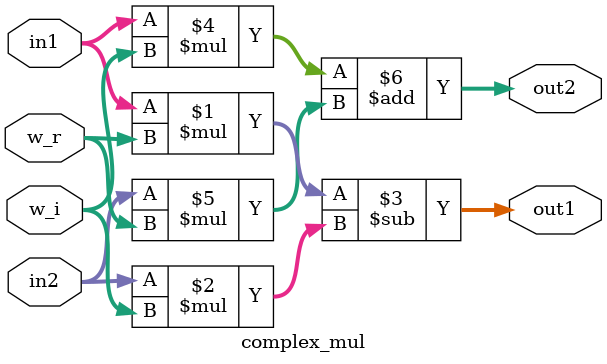
<source format=v>
`timescale 1ns / 1ps  

module complex_mul(in1, in2, w_r, w_i, out1, out2);

	input [15:0] in1, in2, w_r, w_i;

	output [15:0] out1, out2; 

	assign out1 = (in1*w_r)-(in2*w_i);
	assign out2 = (in1*w_i)+(in2*w_r);

endmodule

</source>
